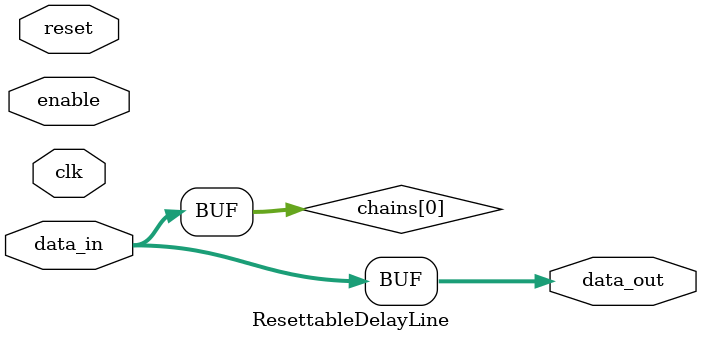
<source format=sv>
`timescale 1ns / 1ps


module DelayRegister
        #(
         parameter WIDTH=8
         )
         (
         input clk,
         input enable,
         input [WIDTH-1:0] data_in,
         output [WIDTH-1:0] data_out
         );
    reg [WIDTH-1:0] local_memory = 0;
    
    always @(posedge clk )
        begin
        if (enable)
            // update local memory
            local_memory <= data_in;
        end
    // output as local memory storage value
    assign data_out = local_memory;
 
endmodule


module DelayLine 
       #(
        parameter WIDTH=8, 
        parameter DELAY=0
        )
        (
        input clk,
        input enable,
        input [WIDTH-1:0] data_in,
        output [WIDTH-1:0] data_out
        );

    wire [WIDTH-1:0] chains [DELAY:0];
    
	// assign input data to first chain
	assign chains[0] = data_in;
	
    genvar i;
    generate
		// connect intermediate registers by chains
		for (i=0; i < DELAY; i = i+1)
			begin
			DelayRegister #(.WIDTH(WIDTH)) 
                         r(
                          .clk(clk), 
                          .enable(enable), 
                          .data_in(chains[i]), 
                          .data_out(chains[i+1])
                          );
			end
	endgenerate
	
	// assign last chain to output of delay block
	assign data_out = chains[DELAY];
	
endmodule


module ResettableDelayRegister
        #(
         parameter WIDTH=8
         )
         (
         input clk,
         input enable,
		 input reset,
         input [WIDTH-1:0] data_in,
         output [WIDTH-1:0] data_out
         );
    reg [WIDTH-1:0] local_memory = 0;
    
    always @(posedge clk )
        begin
		if (reset)
			begin
			local_memory <= 0;
			end
        else if (enable)
            // update local memory
            local_memory <= data_in;
        end
    // output as local memory storage value
    assign data_out = local_memory;
 
endmodule


module ResettableDelayLine
       #(
        parameter WIDTH=8, 
        parameter DELAY=0
        )
        (
        input clk,
        input enable,
		input reset,
        input [WIDTH-1:0] data_in,
        output [WIDTH-1:0] data_out
        );

    wire [WIDTH-1:0] chains [DELAY:0];
    
	// assign input data to first chain
	assign chains[0] = data_in;
	
    genvar i;
    generate
		// connect intermediate registers by chains
		for (i=0; i < DELAY; i = i+1)
			begin
			ResettableDelayRegister #(.WIDTH(WIDTH)) 
                         r(
                          .clk(clk),
						  .reset(reset),
                          .enable(enable), 
                          .data_in(chains[i]), 
                          .data_out(chains[i+1])
                          );
			end
	endgenerate
	
	// assign last chain to output of delay block
	assign data_out = chains[DELAY];
	
endmodule

</source>
